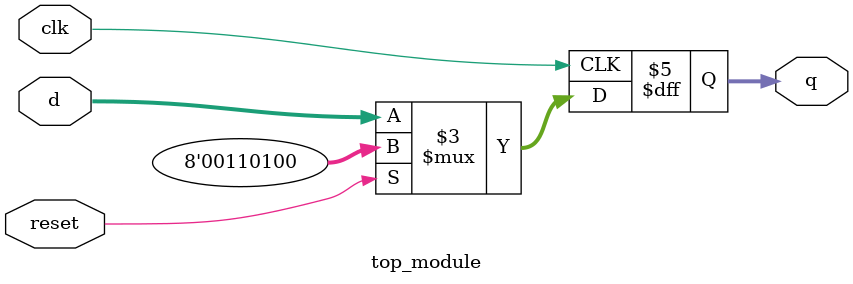
<source format=sv>
module top_module(
    input clk,
    input [7:0] d,
    input reset,
    output reg [7:0] q);

    always @(negedge clk) begin
        if (reset)
            q <= 8'h34;
        else
            q <= d;
    end 
endmodule

</source>
